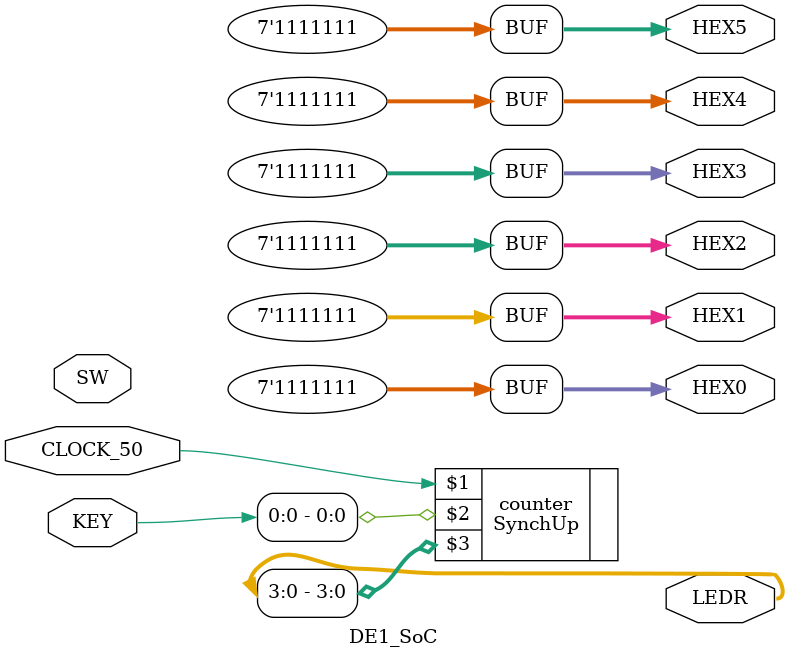
<source format=v>
/****************************************************************************
	EE 371
	Joshua Smith
	Section AB
	
Desctiption:
	DE1_SoC.v is a template project for all other work on the DE1_SoC for this
	class. It sets up all the relevent inputs and outputs with the GPIO pins so
	that reassigning them will not be necessary in the future.
	
Inputs:
	CLOCK_50: The DE1_SoC board's internal system clock, running at 50MHz
	SW: The 10 switches that the DE1_SoC board has
	KEY: The 4 buttons that the DE1_SoC board has
	
Outputs:
	LEDR: The 10 LEDs that the DE1_SoC board has
	HEX0-HEX5: The six 7-segment displays that the DE1_SoC board has
	
Author: Joshua Shackelford

****************************************************************************/

module DE1_SoC (CLOCK_50, SW, KEY, LEDR, HEX0, HEX1, HEX2, HEX3, HEX4, HEX5);

	input CLOCK_50;
	input [9:0] SW;
	input [3:0] KEY;
	
	output [9:0] LEDR;
	output [6:0] HEX0, HEX1, HEX2, HEX3, HEX4, HEX5;
	
	assign HEX0 = 7'b1111111;
	assign HEX1 = 7'b1111111;
	assign HEX2 = 7'b1111111;
	assign HEX3 = 7'b1111111;
	assign HEX4 = 7'b1111111;
	assign HEX5 = 7'b1111111;
	
	reg [32:0] clk = 32'b0;
	always @(posedge CLOCK_50) clk <= clk + 1;
	
	SynchUp counter (CLOCK_50, KEY[0], LEDR[3:0]);

endmodule 
</source>
